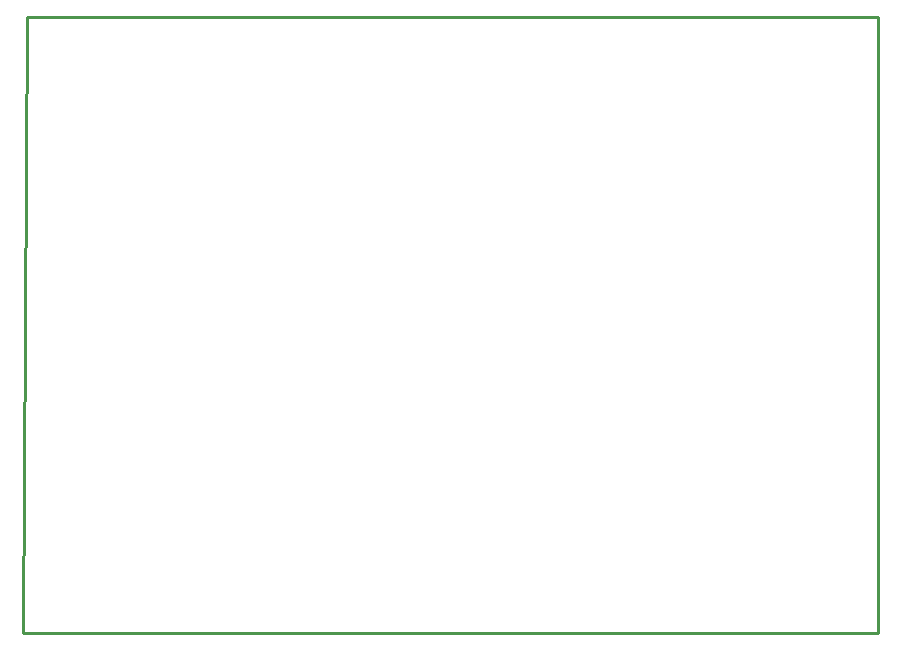
<source format=gbr>
%TF.GenerationSoftware,KiCad,Pcbnew,8.0.6*%
%TF.CreationDate,2024-11-23T19:50:46+06:00*%
%TF.ProjectId,sicomm_slaveboard_BK4819_v2,7369636f-6d6d-45f7-936c-617665626f61,rev?*%
%TF.SameCoordinates,Original*%
%TF.FileFunction,Profile,NP*%
%FSLAX46Y46*%
G04 Gerber Fmt 4.6, Leading zero omitted, Abs format (unit mm)*
G04 Created by KiCad (PCBNEW 8.0.6) date 2024-11-23 19:50:46*
%MOMM*%
%LPD*%
G01*
G04 APERTURE LIST*
%TA.AperFunction,Profile*%
%ADD10C,0.254000*%
%TD*%
G04 APERTURE END LIST*
D10*
X61978500Y-15642300D02*
X61978500Y-35395900D01*
X61978500Y-35395900D02*
X-10414000Y-35395900D01*
X-10414000Y-35395900D02*
X-10414000Y-35395900D01*
X-10414000Y-35395900D02*
X-10034928Y16795297D01*
X61978500Y16801100D02*
X61978500Y-15642300D01*
X-10034928Y16795297D02*
X56261000Y16801100D01*
X56261000Y16801100D02*
X61978500Y16801100D01*
M02*

</source>
